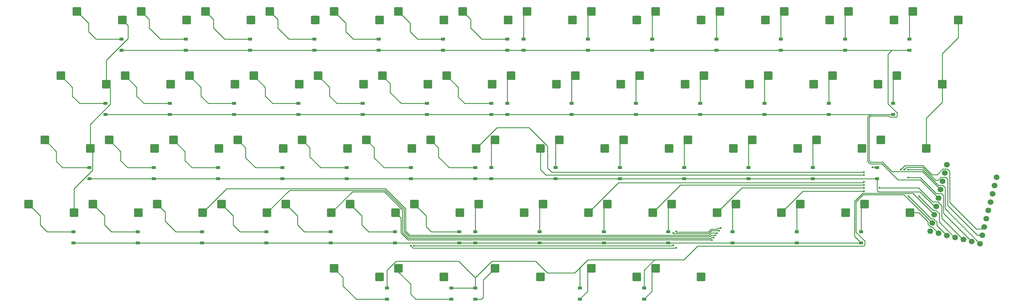
<source format=gbr>
%TF.GenerationSoftware,KiCad,Pcbnew,(6.0.6-0)*%
%TF.CreationDate,2022-07-30T10:34:07-07:00*%
%TF.ProjectId,purple-owl,70757270-6c65-42d6-9f77-6c2e6b696361,v0.1*%
%TF.SameCoordinates,Original*%
%TF.FileFunction,Copper,L1,Top*%
%TF.FilePolarity,Positive*%
%FSLAX46Y46*%
G04 Gerber Fmt 4.6, Leading zero omitted, Abs format (unit mm)*
G04 Created by KiCad (PCBNEW (6.0.6-0)) date 2022-07-30 10:34:07*
%MOMM*%
%LPD*%
G01*
G04 APERTURE LIST*
G04 Aperture macros list*
%AMRoundRect*
0 Rectangle with rounded corners*
0 $1 Rounding radius*
0 $2 $3 $4 $5 $6 $7 $8 $9 X,Y pos of 4 corners*
0 Add a 4 corners polygon primitive as box body*
4,1,4,$2,$3,$4,$5,$6,$7,$8,$9,$2,$3,0*
0 Add four circle primitives for the rounded corners*
1,1,$1+$1,$2,$3*
1,1,$1+$1,$4,$5*
1,1,$1+$1,$6,$7*
1,1,$1+$1,$8,$9*
0 Add four rect primitives between the rounded corners*
20,1,$1+$1,$2,$3,$4,$5,0*
20,1,$1+$1,$4,$5,$6,$7,0*
20,1,$1+$1,$6,$7,$8,$9,0*
20,1,$1+$1,$8,$9,$2,$3,0*%
G04 Aperture macros list end*
%TA.AperFunction,SMDPad,CuDef*%
%ADD10R,1.200000X0.900000*%
%TD*%
%TA.AperFunction,SMDPad,CuDef*%
%ADD11RoundRect,0.254000X-1.016000X-1.016000X1.016000X-1.016000X1.016000X1.016000X-1.016000X1.016000X0*%
%TD*%
%TA.AperFunction,ComponentPad*%
%ADD12C,1.700000*%
%TD*%
%TA.AperFunction,ViaPad*%
%ADD13C,0.600000*%
%TD*%
%TA.AperFunction,Conductor*%
%ADD14C,0.254000*%
%TD*%
G04 APERTURE END LIST*
D10*
%TO.P,D27,1,K*%
%TO.N,ROW1*%
X116681250Y-101662500D03*
%TO.P,D27,2,A*%
%TO.N,Net-(D27-Pad2)*%
X116681250Y-98362500D03*
%TD*%
%TO.P,D38,1,K*%
%TO.N,ROW2*%
X169068750Y-120712500D03*
%TO.P,D38,2,A*%
%TO.N,Net-(D38-Pad2)*%
X169068750Y-117412500D03*
%TD*%
D11*
%TO.P,SW10,1,1*%
%TO.N,Net-(D10-Pad2)*%
X165354000Y-71120000D03*
%TO.P,SW10,2,2*%
%TO.N,COL9*%
X178816000Y-73660000D03*
%TD*%
%TO.P,SW22,1,1*%
%TO.N,Net-(D22-Pad2)*%
X198691500Y-90170000D03*
%TO.P,SW22,2,2*%
%TO.N,COL7*%
X212153500Y-92710000D03*
%TD*%
D10*
%TO.P,D42,1,K*%
%TO.N,ROW2*%
X92868750Y-120712500D03*
%TO.P,D42,2,A*%
%TO.N,Net-(D42-Pad2)*%
X92868750Y-117412500D03*
%TD*%
%TO.P,D52,1,K*%
%TO.N,ROW3*%
X164306250Y-139762500D03*
%TO.P,D52,2,A*%
%TO.N,Net-(D52-Pad2)*%
X164306250Y-136462500D03*
%TD*%
D11*
%TO.P,SW48,1,1*%
%TO.N,Net-(D48-Pad2)*%
X227266500Y-128270000D03*
%TO.P,SW48,2,2*%
%TO.N,COL5*%
X240728500Y-130810000D03*
%TD*%
%TO.P,SW15,1,1*%
%TO.N,Net-(D15-Pad2)*%
X332041500Y-90170000D03*
%TO.P,SW15,2,2*%
%TO.N,COL0*%
X345503500Y-92710000D03*
%TD*%
D10*
%TO.P,D6,1,K*%
%TO.N,ROW0*%
X240506250Y-82612500D03*
%TO.P,D6,2,A*%
%TO.N,Net-(D6-Pad2)*%
X240506250Y-79312500D03*
%TD*%
D11*
%TO.P,SW58,1,1*%
%TO.N,Net-(D58-Pad2)*%
X241554000Y-147320000D03*
%TO.P,SW58,2,2*%
%TO.N,COL4*%
X255016000Y-149860000D03*
%TD*%
%TO.P,SW24,1,1*%
%TO.N,Net-(D24-Pad2)*%
X160591500Y-90170000D03*
%TO.P,SW24,2,2*%
%TO.N,COL9*%
X174053500Y-92710000D03*
%TD*%
D10*
%TO.P,D13,1,K*%
%TO.N,ROW0*%
X121443750Y-82612500D03*
%TO.P,D13,2,A*%
%TO.N,Net-(D13-Pad2)*%
X121443750Y-79312500D03*
%TD*%
D11*
%TO.P,SW32,1,1*%
%TO.N,Net-(D32-Pad2)*%
X270129000Y-109220000D03*
%TO.P,SW32,2,2*%
%TO.N,COL3*%
X283591000Y-111760000D03*
%TD*%
%TO.P,SW20,1,1*%
%TO.N,Net-(D20-Pad2)*%
X236791500Y-90170000D03*
%TO.P,SW20,2,2*%
%TO.N,COL5*%
X250253500Y-92710000D03*
%TD*%
%TO.P,SW8,1,1*%
%TO.N,Net-(D8-Pad2)*%
X203454000Y-71120000D03*
%TO.P,SW8,2,2*%
%TO.N,COL7*%
X216916000Y-73660000D03*
%TD*%
%TO.P,SW11,1,1*%
%TO.N,Net-(D11-Pad2)*%
X146304000Y-71120000D03*
%TO.P,SW11,2,2*%
%TO.N,COL10*%
X159766000Y-73660000D03*
%TD*%
D10*
%TO.P,D2,1,K*%
%TO.N,ROW0*%
X316706250Y-82612500D03*
%TO.P,D2,2,A*%
%TO.N,Net-(D2-Pad2)*%
X316706250Y-79312500D03*
%TD*%
D11*
%TO.P,SW9,1,1*%
%TO.N,Net-(D9-Pad2)*%
X184404000Y-71120000D03*
%TO.P,SW9,2,2*%
%TO.N,COL8*%
X197866000Y-73660000D03*
%TD*%
D10*
%TO.P,D40,1,K*%
%TO.N,ROW2*%
X130968750Y-120712500D03*
%TO.P,D40,2,A*%
%TO.N,Net-(D40-Pad2)*%
X130968750Y-117412500D03*
%TD*%
D11*
%TO.P,SW47,1,1*%
%TO.N,Net-(D47-Pad2)*%
X246316500Y-128270000D03*
%TO.P,SW47,2,2*%
%TO.N,COL4*%
X259778500Y-130810000D03*
%TD*%
D10*
%TO.P,D22,1,K*%
%TO.N,ROW1*%
X211931250Y-101662500D03*
%TO.P,D22,2,A*%
%TO.N,Net-(D22-Pad2)*%
X211931250Y-98362500D03*
%TD*%
%TO.P,D24,1,K*%
%TO.N,ROW1*%
X173831250Y-101662500D03*
%TO.P,D24,2,A*%
%TO.N,Net-(D24-Pad2)*%
X173831250Y-98362500D03*
%TD*%
D11*
%TO.P,SW12,1,1*%
%TO.N,Net-(D12-Pad2)*%
X127254000Y-71120000D03*
%TO.P,SW12,2,2*%
%TO.N,COL11*%
X140716000Y-73660000D03*
%TD*%
%TO.P,SW35,1,1*%
%TO.N,Net-(D35-Pad2)*%
X212979000Y-109220000D03*
%TO.P,SW35,2,2*%
%TO.N,COL6*%
X226441000Y-111760000D03*
%TD*%
D10*
%TO.P,D37,1,K*%
%TO.N,ROW2*%
X188118750Y-120712500D03*
%TO.P,D37,2,A*%
%TO.N,Net-(D37-Pad2)*%
X188118750Y-117412500D03*
%TD*%
D11*
%TO.P,SW2,1,1*%
%TO.N,Net-(D2-Pad2)*%
X317754000Y-71120000D03*
%TO.P,SW2,2,2*%
%TO.N,COL1*%
X331216000Y-73660000D03*
%TD*%
%TO.P,SW44,1,1*%
%TO.N,Net-(D44-Pad2)*%
X303466500Y-128270000D03*
%TO.P,SW44,2,2*%
%TO.N,COL1*%
X316928500Y-130810000D03*
%TD*%
D10*
%TO.P,D49,1,K*%
%TO.N,ROW3*%
X207168750Y-139762500D03*
%TO.P,D49,2,A*%
%TO.N,Net-(D49-Pad2)*%
X207168750Y-136462500D03*
%TD*%
%TO.P,D47,1,K*%
%TO.N,ROW3*%
X245268750Y-139762500D03*
%TO.P,D47,2,A*%
%TO.N,Net-(D47-Pad2)*%
X245268750Y-136462500D03*
%TD*%
D11*
%TO.P,SW16,1,1*%
%TO.N,Net-(D16-Pad2)*%
X312991500Y-90170000D03*
%TO.P,SW16,2,2*%
%TO.N,COL1*%
X326453500Y-92710000D03*
%TD*%
D10*
%TO.P,D19,1,K*%
%TO.N,ROW1*%
X254793750Y-101662500D03*
%TO.P,D19,2,A*%
%TO.N,Net-(D19-Pad2)*%
X254793750Y-98362500D03*
%TD*%
D11*
%TO.P,SW54,1,1*%
%TO.N,Net-(D54-Pad2)*%
X112966500Y-128270000D03*
%TO.P,SW54,2,2*%
%TO.N,COL11*%
X126428500Y-130810000D03*
%TD*%
D10*
%TO.P,D43,1,K*%
%TO.N,ROW3*%
X321468750Y-139762500D03*
%TO.P,D43,2,A*%
%TO.N,Net-(D43-Pad2)*%
X321468750Y-136462500D03*
%TD*%
D11*
%TO.P,SW55,1,1*%
%TO.N,Net-(D55-Pad2)*%
X93916500Y-128270000D03*
%TO.P,SW55,2,2*%
%TO.N,COL12*%
X107378500Y-130810000D03*
%TD*%
%TO.P,SW36,1,1*%
%TO.N,Net-(D36-Pad2)*%
X193929000Y-109220000D03*
%TO.P,SW36,2,2*%
%TO.N,COL7*%
X207391000Y-111760000D03*
%TD*%
%TO.P,SW42,1,1*%
%TO.N,Net-(D42-Pad2)*%
X79629000Y-109220000D03*
%TO.P,SW42,2,2*%
%TO.N,COL13*%
X93091000Y-111760000D03*
%TD*%
D10*
%TO.P,D25,1,K*%
%TO.N,ROW1*%
X154781250Y-101662500D03*
%TO.P,D25,2,A*%
%TO.N,Net-(D25-Pad2)*%
X154781250Y-98362500D03*
%TD*%
D11*
%TO.P,SW43,1,1*%
%TO.N,Net-(D43-Pad2)*%
X322516500Y-128270000D03*
%TO.P,SW43,2,2*%
%TO.N,COL0*%
X335978500Y-130810000D03*
%TD*%
%TO.P,SW33,1,1*%
%TO.N,Net-(D33-Pad2)*%
X251079000Y-109220000D03*
%TO.P,SW33,2,2*%
%TO.N,COL4*%
X264541000Y-111760000D03*
%TD*%
%TO.P,SW28,1,1*%
%TO.N,Net-(D28-Pad2)*%
X84391500Y-90170000D03*
%TO.P,SW28,2,2*%
%TO.N,COL13*%
X97853500Y-92710000D03*
%TD*%
D10*
%TO.P,D11,1,K*%
%TO.N,ROW0*%
X159543750Y-82612500D03*
%TO.P,D11,2,A*%
%TO.N,Net-(D11-Pad2)*%
X159543750Y-79312500D03*
%TD*%
D11*
%TO.P,SW23,1,1*%
%TO.N,Net-(D23-Pad2)*%
X179641500Y-90170000D03*
%TO.P,SW23,2,2*%
%TO.N,COL8*%
X193103500Y-92710000D03*
%TD*%
D10*
%TO.P,D53,1,K*%
%TO.N,ROW3*%
X145256250Y-139762500D03*
%TO.P,D53,2,A*%
%TO.N,Net-(D53-Pad2)*%
X145256250Y-136462500D03*
%TD*%
D11*
%TO.P,SW52,1,1*%
%TO.N,Net-(D52-Pad2)*%
X151066500Y-128270000D03*
%TO.P,SW52,2,2*%
%TO.N,COL9*%
X164528500Y-130810000D03*
%TD*%
D10*
%TO.P,D8,1,K*%
%TO.N,ROW0*%
X216693750Y-82612500D03*
%TO.P,D8,2,A*%
%TO.N,Net-(D8-Pad2)*%
X216693750Y-79312500D03*
%TD*%
%TO.P,D20,1,K*%
%TO.N,ROW1*%
X235743750Y-101662500D03*
%TO.P,D20,2,A*%
%TO.N,Net-(D20-Pad2)*%
X235743750Y-98362500D03*
%TD*%
D11*
%TO.P,SW53,1,1*%
%TO.N,Net-(D53-Pad2)*%
X132016500Y-128270000D03*
%TO.P,SW53,2,2*%
%TO.N,COL10*%
X145478500Y-130810000D03*
%TD*%
%TO.P,SW59,1,1*%
%TO.N,Net-(D59-Pad2)*%
X212979000Y-147320000D03*
%TO.P,SW59,2,2*%
%TO.N,COL5*%
X226441000Y-149860000D03*
%TD*%
D10*
%TO.P,D16,1,K*%
%TO.N,ROW1*%
X311943750Y-101662500D03*
%TO.P,D16,2,A*%
%TO.N,Net-(D16-Pad2)*%
X311943750Y-98362500D03*
%TD*%
%TO.P,D9,1,K*%
%TO.N,ROW0*%
X197643750Y-82612500D03*
%TO.P,D9,2,A*%
%TO.N,Net-(D9-Pad2)*%
X197643750Y-79312500D03*
%TD*%
%TO.P,D41,1,K*%
%TO.N,ROW2*%
X111918750Y-120712500D03*
%TO.P,D41,2,A*%
%TO.N,Net-(D41-Pad2)*%
X111918750Y-117412500D03*
%TD*%
%TO.P,D56,1,K*%
%TO.N,ROW3*%
X88106250Y-139762500D03*
%TO.P,D56,2,A*%
%TO.N,Net-(D56-Pad2)*%
X88106250Y-136462500D03*
%TD*%
%TO.P,D46,1,K*%
%TO.N,ROW3*%
X264318750Y-139762500D03*
%TO.P,D46,2,A*%
%TO.N,Net-(D46-Pad2)*%
X264318750Y-136462500D03*
%TD*%
%TO.P,D15,1,K*%
%TO.N,ROW1*%
X330993750Y-101662500D03*
%TO.P,D15,2,A*%
%TO.N,Net-(D15-Pad2)*%
X330993750Y-98362500D03*
%TD*%
D11*
%TO.P,SW27,1,1*%
%TO.N,Net-(D27-Pad2)*%
X103441500Y-90170000D03*
%TO.P,SW27,2,2*%
%TO.N,COL12*%
X116903500Y-92710000D03*
%TD*%
%TO.P,SW7,1,1*%
%TO.N,Net-(D7-Pad2)*%
X222504000Y-71120000D03*
%TO.P,SW7,2,2*%
%TO.N,COL6*%
X235966000Y-73660000D03*
%TD*%
D10*
%TO.P,D57,1,K*%
%TO.N,ROW4*%
X257175000Y-153131250D03*
%TO.P,D57,2,A*%
%TO.N,Net-(D57-Pad2)*%
X257175000Y-156431250D03*
%TD*%
%TO.P,D30,1,K*%
%TO.N,ROW2*%
X307181250Y-120712500D03*
%TO.P,D30,2,A*%
%TO.N,Net-(D30-Pad2)*%
X307181250Y-117412500D03*
%TD*%
D11*
%TO.P,SW17,1,1*%
%TO.N,Net-(D17-Pad2)*%
X293941500Y-90170000D03*
%TO.P,SW17,2,2*%
%TO.N,COL2*%
X307403500Y-92710000D03*
%TD*%
D10*
%TO.P,D33,1,K*%
%TO.N,ROW2*%
X250031250Y-120712500D03*
%TO.P,D33,2,A*%
%TO.N,Net-(D33-Pad2)*%
X250031250Y-117412500D03*
%TD*%
%TO.P,D17,1,K*%
%TO.N,ROW1*%
X292893750Y-101662500D03*
%TO.P,D17,2,A*%
%TO.N,Net-(D17-Pad2)*%
X292893750Y-98362500D03*
%TD*%
D11*
%TO.P,SW60,1,1*%
%TO.N,Net-(D60-Pad2)*%
X184404000Y-147320000D03*
%TO.P,SW60,2,2*%
%TO.N,COL6*%
X197866000Y-149860000D03*
%TD*%
%TO.P,SW41,1,1*%
%TO.N,Net-(D41-Pad2)*%
X98679000Y-109220000D03*
%TO.P,SW41,2,2*%
%TO.N,COL12*%
X112141000Y-111760000D03*
%TD*%
D10*
%TO.P,D51,1,K*%
%TO.N,ROW3*%
X183356250Y-139762500D03*
%TO.P,D51,2,A*%
%TO.N,Net-(D51-Pad2)*%
X183356250Y-136462500D03*
%TD*%
D11*
%TO.P,SW38,1,1*%
%TO.N,Net-(D38-Pad2)*%
X155829000Y-109220000D03*
%TO.P,SW38,2,2*%
%TO.N,COL9*%
X169291000Y-111760000D03*
%TD*%
D10*
%TO.P,D54,1,K*%
%TO.N,ROW3*%
X126206250Y-139762500D03*
%TO.P,D54,2,A*%
%TO.N,Net-(D54-Pad2)*%
X126206250Y-136462500D03*
%TD*%
%TO.P,D48,1,K*%
%TO.N,ROW3*%
X226218750Y-139762500D03*
%TO.P,D48,2,A*%
%TO.N,Net-(D48-Pad2)*%
X226218750Y-136462500D03*
%TD*%
%TO.P,D23,1,K*%
%TO.N,ROW1*%
X192881250Y-101662500D03*
%TO.P,D23,2,A*%
%TO.N,Net-(D23-Pad2)*%
X192881250Y-98362500D03*
%TD*%
D11*
%TO.P,SW49,1,1*%
%TO.N,Net-(D49-Pad2)*%
X208216500Y-128270000D03*
%TO.P,SW49,2,2*%
%TO.N,COL6*%
X221678500Y-130810000D03*
%TD*%
%TO.P,SW25,1,1*%
%TO.N,Net-(D25-Pad2)*%
X141541500Y-90170000D03*
%TO.P,SW25,2,2*%
%TO.N,COL10*%
X155003500Y-92710000D03*
%TD*%
%TO.P,SW19,1,1*%
%TO.N,Net-(D19-Pad2)*%
X255841500Y-90170000D03*
%TO.P,SW19,2,2*%
%TO.N,COL4*%
X269303500Y-92710000D03*
%TD*%
%TO.P,SW40,1,1*%
%TO.N,Net-(D40-Pad2)*%
X117729000Y-109220000D03*
%TO.P,SW40,2,2*%
%TO.N,COL11*%
X131191000Y-111760000D03*
%TD*%
%TO.P,SW29,1,1*%
%TO.N,Net-(D29-Pad2)*%
X327279000Y-109220000D03*
%TO.P,SW29,2,2*%
%TO.N,COL0*%
X340741000Y-111760000D03*
%TD*%
D10*
%TO.P,D36,1,K*%
%TO.N,ROW2*%
X207168750Y-120712500D03*
%TO.P,D36,2,A*%
%TO.N,Net-(D36-Pad2)*%
X207168750Y-117412500D03*
%TD*%
%TO.P,D39,1,K*%
%TO.N,ROW2*%
X150018750Y-120712500D03*
%TO.P,D39,2,A*%
%TO.N,Net-(D39-Pad2)*%
X150018750Y-117412500D03*
%TD*%
%TO.P,D5,1,K*%
%TO.N,ROW0*%
X259556250Y-82612500D03*
%TO.P,D5,2,A*%
%TO.N,Net-(D5-Pad2)*%
X259556250Y-79312500D03*
%TD*%
%TO.P,D61,1,K*%
%TO.N,ROW4*%
X180975000Y-153131250D03*
%TO.P,D61,2,A*%
%TO.N,Net-(D61-Pad2)*%
X180975000Y-156431250D03*
%TD*%
%TO.P,D3,1,K*%
%TO.N,ROW0*%
X297656250Y-82612500D03*
%TO.P,D3,2,A*%
%TO.N,Net-(D3-Pad2)*%
X297656250Y-79312500D03*
%TD*%
D11*
%TO.P,SW31,1,1*%
%TO.N,Net-(D31-Pad2)*%
X289179000Y-109220000D03*
%TO.P,SW31,2,2*%
%TO.N,COL2*%
X302641000Y-111760000D03*
%TD*%
%TO.P,SW26,1,1*%
%TO.N,Net-(D26-Pad2)*%
X122491500Y-90170000D03*
%TO.P,SW26,2,2*%
%TO.N,COL11*%
X135953500Y-92710000D03*
%TD*%
%TO.P,SW3,1,1*%
%TO.N,Net-(D3-Pad2)*%
X298704000Y-71120000D03*
%TO.P,SW3,2,2*%
%TO.N,COL2*%
X312166000Y-73660000D03*
%TD*%
%TO.P,SW56,1,1*%
%TO.N,Net-(D56-Pad2)*%
X74866500Y-128270000D03*
%TO.P,SW56,2,2*%
%TO.N,COL13*%
X88328500Y-130810000D03*
%TD*%
%TO.P,SW18,1,1*%
%TO.N,Net-(D18-Pad2)*%
X274891500Y-90170000D03*
%TO.P,SW18,2,2*%
%TO.N,COL3*%
X288353500Y-92710000D03*
%TD*%
D10*
%TO.P,D31,1,K*%
%TO.N,ROW2*%
X288131250Y-120712500D03*
%TO.P,D31,2,A*%
%TO.N,Net-(D31-Pad2)*%
X288131250Y-117412500D03*
%TD*%
%TO.P,D28,1,K*%
%TO.N,ROW1*%
X97631250Y-101662500D03*
%TO.P,D28,2,A*%
%TO.N,Net-(D28-Pad2)*%
X97631250Y-98362500D03*
%TD*%
D11*
%TO.P,SW61,1,1*%
%TO.N,Net-(D61-Pad2)*%
X165354000Y-147320000D03*
%TO.P,SW61,2,2*%
%TO.N,COL7*%
X178816000Y-149860000D03*
%TD*%
D10*
%TO.P,D32,1,K*%
%TO.N,ROW2*%
X269081250Y-120712500D03*
%TO.P,D32,2,A*%
%TO.N,Net-(D32-Pad2)*%
X269081250Y-117412500D03*
%TD*%
D11*
%TO.P,SW51,1,1*%
%TO.N,Net-(D51-Pad2)*%
X170116500Y-128270000D03*
%TO.P,SW51,2,2*%
%TO.N,COL8*%
X183578500Y-130810000D03*
%TD*%
%TO.P,SW21,1,1*%
%TO.N,Net-(D21-Pad2)*%
X217741500Y-90170000D03*
%TO.P,SW21,2,2*%
%TO.N,COL6*%
X231203500Y-92710000D03*
%TD*%
%TO.P,SW34,1,1*%
%TO.N,Net-(D34-Pad2)*%
X232029000Y-109220000D03*
%TO.P,SW34,2,2*%
%TO.N,COL5*%
X245491000Y-111760000D03*
%TD*%
%TO.P,SW5,1,1*%
%TO.N,Net-(D5-Pad2)*%
X260604000Y-71120000D03*
%TO.P,SW5,2,2*%
%TO.N,COL4*%
X274066000Y-73660000D03*
%TD*%
D10*
%TO.P,D60,1,K*%
%TO.N,ROW4*%
X200025000Y-153131250D03*
%TO.P,D60,2,A*%
%TO.N,Net-(D60-Pad2)*%
X200025000Y-156431250D03*
%TD*%
D11*
%TO.P,SW39,1,1*%
%TO.N,Net-(D39-Pad2)*%
X136779000Y-109220000D03*
%TO.P,SW39,2,2*%
%TO.N,COL10*%
X150241000Y-111760000D03*
%TD*%
%TO.P,SW50,1,1*%
%TO.N,Net-(D50-Pad2)*%
X189166500Y-128270000D03*
%TO.P,SW50,2,2*%
%TO.N,COL7*%
X202628500Y-130810000D03*
%TD*%
%TO.P,SW57,1,1*%
%TO.N,Net-(D57-Pad2)*%
X260604000Y-147320000D03*
%TO.P,SW57,2,2*%
%TO.N,COL3*%
X274066000Y-149860000D03*
%TD*%
%TO.P,SW1,1,1*%
%TO.N,Net-(D1-Pad2)*%
X336804000Y-71120000D03*
%TO.P,SW1,2,2*%
%TO.N,COL0*%
X350266000Y-73660000D03*
%TD*%
D10*
%TO.P,D59,1,K*%
%TO.N,ROW4*%
X207168750Y-153131250D03*
%TO.P,D59,2,A*%
%TO.N,Net-(D59-Pad2)*%
X207168750Y-156431250D03*
%TD*%
%TO.P,D34,1,K*%
%TO.N,ROW2*%
X230981250Y-120712500D03*
%TO.P,D34,2,A*%
%TO.N,Net-(D34-Pad2)*%
X230981250Y-117412500D03*
%TD*%
%TO.P,D45,1,K*%
%TO.N,ROW3*%
X283368750Y-139762500D03*
%TO.P,D45,2,A*%
%TO.N,Net-(D45-Pad2)*%
X283368750Y-136462500D03*
%TD*%
%TO.P,D44,1,K*%
%TO.N,ROW3*%
X302418750Y-139762500D03*
%TO.P,D44,2,A*%
%TO.N,Net-(D44-Pad2)*%
X302418750Y-136462500D03*
%TD*%
%TO.P,D21,1,K*%
%TO.N,ROW1*%
X216693750Y-101662500D03*
%TO.P,D21,2,A*%
%TO.N,Net-(D21-Pad2)*%
X216693750Y-98362500D03*
%TD*%
%TO.P,D26,1,K*%
%TO.N,ROW1*%
X135731250Y-101662500D03*
%TO.P,D26,2,A*%
%TO.N,Net-(D26-Pad2)*%
X135731250Y-98362500D03*
%TD*%
%TO.P,D4,1,K*%
%TO.N,ROW0*%
X278606250Y-82612500D03*
%TO.P,D4,2,A*%
%TO.N,Net-(D4-Pad2)*%
X278606250Y-79312500D03*
%TD*%
%TO.P,D14,1,K*%
%TO.N,ROW0*%
X102393750Y-82612500D03*
%TO.P,D14,2,A*%
%TO.N,Net-(D14-Pad2)*%
X102393750Y-79312500D03*
%TD*%
%TO.P,D58,1,K*%
%TO.N,ROW4*%
X238125000Y-153131250D03*
%TO.P,D58,2,A*%
%TO.N,Net-(D58-Pad2)*%
X238125000Y-156431250D03*
%TD*%
D11*
%TO.P,SW46,1,1*%
%TO.N,Net-(D46-Pad2)*%
X265366500Y-128270000D03*
%TO.P,SW46,2,2*%
%TO.N,COL3*%
X278828500Y-130810000D03*
%TD*%
D10*
%TO.P,D35,1,K*%
%TO.N,ROW2*%
X211931250Y-120712500D03*
%TO.P,D35,2,A*%
%TO.N,Net-(D35-Pad2)*%
X211931250Y-117412500D03*
%TD*%
D11*
%TO.P,SW37,1,1*%
%TO.N,Net-(D37-Pad2)*%
X174879000Y-109220000D03*
%TO.P,SW37,2,2*%
%TO.N,COL8*%
X188341000Y-111760000D03*
%TD*%
D10*
%TO.P,D55,1,K*%
%TO.N,ROW3*%
X107156250Y-139762500D03*
%TO.P,D55,2,A*%
%TO.N,Net-(D55-Pad2)*%
X107156250Y-136462500D03*
%TD*%
%TO.P,D10,1,K*%
%TO.N,ROW0*%
X178593750Y-82612500D03*
%TO.P,D10,2,A*%
%TO.N,Net-(D10-Pad2)*%
X178593750Y-79312500D03*
%TD*%
D11*
%TO.P,SW30,1,1*%
%TO.N,Net-(D30-Pad2)*%
X308229000Y-109220000D03*
%TO.P,SW30,2,2*%
%TO.N,COL1*%
X321691000Y-111760000D03*
%TD*%
D10*
%TO.P,D50,1,K*%
%TO.N,ROW3*%
X202406250Y-139762500D03*
%TO.P,D50,2,A*%
%TO.N,Net-(D50-Pad2)*%
X202406250Y-136462500D03*
%TD*%
%TO.P,D18,1,K*%
%TO.N,ROW1*%
X273843750Y-101662500D03*
%TO.P,D18,2,A*%
%TO.N,Net-(D18-Pad2)*%
X273843750Y-98362500D03*
%TD*%
%TO.P,D7,1,K*%
%TO.N,ROW0*%
X221456250Y-82612500D03*
%TO.P,D7,2,A*%
%TO.N,Net-(D7-Pad2)*%
X221456250Y-79312500D03*
%TD*%
D11*
%TO.P,SW4,1,1*%
%TO.N,Net-(D4-Pad2)*%
X279654000Y-71120000D03*
%TO.P,SW4,2,2*%
%TO.N,COL3*%
X293116000Y-73660000D03*
%TD*%
%TO.P,SW14,1,1*%
%TO.N,Net-(D14-Pad2)*%
X89154000Y-71120000D03*
%TO.P,SW14,2,2*%
%TO.N,COL13*%
X102616000Y-73660000D03*
%TD*%
D10*
%TO.P,D1,1,K*%
%TO.N,ROW0*%
X335756250Y-82612500D03*
%TO.P,D1,2,A*%
%TO.N,Net-(D1-Pad2)*%
X335756250Y-79312500D03*
%TD*%
D11*
%TO.P,SW13,1,1*%
%TO.N,Net-(D13-Pad2)*%
X108204000Y-71120000D03*
%TO.P,SW13,2,2*%
%TO.N,COL12*%
X121666000Y-73660000D03*
%TD*%
D10*
%TO.P,D29,1,K*%
%TO.N,ROW2*%
X326231250Y-120712500D03*
%TO.P,D29,2,A*%
%TO.N,Net-(D29-Pad2)*%
X326231250Y-117412500D03*
%TD*%
D11*
%TO.P,SW45,1,1*%
%TO.N,Net-(D45-Pad2)*%
X284416500Y-128270000D03*
%TO.P,SW45,2,2*%
%TO.N,COL2*%
X297878500Y-130810000D03*
%TD*%
D10*
%TO.P,D12,1,K*%
%TO.N,ROW0*%
X140493750Y-82612500D03*
%TO.P,D12,2,A*%
%TO.N,Net-(D12-Pad2)*%
X140493750Y-79312500D03*
%TD*%
D11*
%TO.P,SW6,1,1*%
%TO.N,Net-(D6-Pad2)*%
X241554000Y-71120000D03*
%TO.P,SW6,2,2*%
%TO.N,COL5*%
X255016000Y-73660000D03*
%TD*%
D12*
%TO.P,U1,1,GP0*%
%TO.N,COL13*%
X361641580Y-120255240D03*
%TO.P,U1,2,GP1*%
%TO.N,COL12*%
X361027098Y-122719791D03*
%TO.P,U1,3,GP2*%
%TO.N,COL11*%
X360412617Y-125184342D03*
%TO.P,U1,4,GP3*%
%TO.N,COL10*%
X359798135Y-127648893D03*
%TO.P,U1,5,GP4*%
%TO.N,COL9*%
X359183654Y-130113445D03*
%TO.P,U1,6,GP5*%
%TO.N,COL8*%
X358569172Y-132577996D03*
%TO.P,U1,7,GP6*%
%TO.N,COL7*%
X357954690Y-135042547D03*
%TO.P,U1,8,GP7*%
%TO.N,COL6*%
X357340209Y-137507098D03*
%TO.P,U1,9,GP8*%
%TO.N,COL5*%
X356725727Y-139971649D03*
%TO.P,U1,10,GP9*%
%TO.N,COL4*%
X354261176Y-139357168D03*
%TO.P,U1,11,GP10*%
%TO.N,COL3*%
X351796625Y-138742686D03*
%TO.P,U1,12,GP11*%
%TO.N,COL2*%
X349332074Y-138128204D03*
%TO.P,U1,13,GP12*%
%TO.N,COL1*%
X346867523Y-137513723D03*
%TO.P,U1,14,GP13*%
%TO.N,COL0*%
X344402971Y-136899241D03*
%TO.P,U1,15,GP14*%
%TO.N,unconnected-(U1-Pad15)*%
X341938420Y-136284759D03*
%TO.P,U1,16,GP15*%
%TO.N,ROW4*%
X342552902Y-133820208D03*
%TO.P,U1,17,GP26*%
%TO.N,ROW3*%
X343167383Y-131355657D03*
%TO.P,U1,18,GP27*%
%TO.N,ROW2*%
X343781865Y-128891106D03*
%TO.P,U1,19,GP28*%
%TO.N,ROW1*%
X344396347Y-126426555D03*
%TO.P,U1,20,GP29*%
%TO.N,ROW0*%
X345010828Y-123962004D03*
%TO.P,U1,21,3V3*%
%TO.N,unconnected-(U1-Pad21)*%
X345625310Y-121497453D03*
%TO.P,U1,22,GND*%
%TO.N,unconnected-(U1-Pad22)*%
X346239792Y-119032901D03*
%TO.P,U1,23,5V*%
%TO.N,unconnected-(U1-Pad23)*%
X346854273Y-116568350D03*
%TD*%
D13*
%TO.N,Net-(D29-Pad2)*%
X324866000Y-117348000D03*
X327279000Y-109220000D03*
%TO.N,COL0*%
X340741000Y-111760000D03*
X336042000Y-130810000D03*
%TO.N,COL1*%
X331216000Y-73660000D03*
X326453500Y-92710000D03*
X316865000Y-130810000D03*
X335568350Y-125949650D03*
X321691000Y-111760000D03*
%TO.N,COL2*%
X322326000Y-124395500D03*
X307403500Y-92710000D03*
X312166000Y-73660000D03*
X338631866Y-125934134D03*
X302641000Y-111760000D03*
X297815000Y-130810000D03*
%TO.N,COL3*%
X278765000Y-130810000D03*
X274066000Y-149860000D03*
X322317500Y-123444000D03*
X293116000Y-73660000D03*
X283591000Y-111760000D03*
X326857750Y-123444000D03*
X288353500Y-92710000D03*
%TO.N,COL4*%
X322317500Y-122555000D03*
X269303500Y-92710000D03*
X335407000Y-120396000D03*
X274066000Y-73660000D03*
X264541000Y-111760000D03*
X259715000Y-130810000D03*
X255016000Y-149860000D03*
%TO.N,COL5*%
X322323247Y-121663247D03*
X240665000Y-130810000D03*
X255016000Y-73660000D03*
X245491000Y-111760000D03*
X335407000Y-117991500D03*
X226441000Y-149860000D03*
X250253500Y-92710000D03*
%TO.N,COL6*%
X231203500Y-92710000D03*
X334264000Y-117983000D03*
X197866000Y-149860000D03*
X226441000Y-111760000D03*
X221615000Y-130810000D03*
X322326000Y-119634000D03*
X235966000Y-73660000D03*
%TO.N,COL7*%
X322326000Y-118745000D03*
X212153500Y-92710000D03*
X202628500Y-130810000D03*
X216916000Y-73660000D03*
X333248000Y-117983000D03*
X178816000Y-149860000D03*
X207391000Y-111760000D03*
%TO.N,COL8*%
X277241000Y-138938000D03*
X197866000Y-73533000D03*
X183578500Y-130810000D03*
X193103500Y-92710000D03*
X188341000Y-111760000D03*
%TO.N,COL9*%
X164528500Y-130810000D03*
X174053500Y-92710000D03*
X178816000Y-73660000D03*
X169291000Y-111760000D03*
X277749000Y-138176000D03*
%TO.N,COL10*%
X155003500Y-92710000D03*
X159766000Y-73660000D03*
X278257000Y-137476003D03*
X150241000Y-111760000D03*
X145478500Y-130810000D03*
%TO.N,COL11*%
X135953500Y-92710000D03*
X131191000Y-111760000D03*
X278827003Y-136841003D03*
X126428500Y-130810000D03*
X140716000Y-73660000D03*
%TO.N,COL12*%
X107378500Y-130810000D03*
X116903500Y-92710000D03*
X265811000Y-140416500D03*
X121793000Y-73533000D03*
X279400000Y-136144000D03*
X188976000Y-140589000D03*
X112141000Y-111760000D03*
X265811000Y-136822500D03*
%TO.N,COL13*%
X266700000Y-141224000D03*
X188087000Y-140589000D03*
X266700000Y-136368500D03*
X88328500Y-130810000D03*
X279908000Y-135382000D03*
%TD*%
D14*
%TO.N,Net-(D1-Pad2)*%
X335756250Y-72167750D02*
X336804000Y-71120000D01*
X335756250Y-79312500D02*
X335756250Y-72167750D01*
%TO.N,Net-(D2-Pad2)*%
X316706250Y-72167750D02*
X317754000Y-71120000D01*
X316706250Y-79312500D02*
X316706250Y-72167750D01*
%TO.N,Net-(D3-Pad2)*%
X297656250Y-79312500D02*
X297656250Y-72167750D01*
X297656250Y-72167750D02*
X298704000Y-71120000D01*
%TO.N,Net-(D4-Pad2)*%
X278606250Y-72167750D02*
X279654000Y-71120000D01*
X278606250Y-79312500D02*
X278606250Y-72167750D01*
%TO.N,Net-(D5-Pad2)*%
X259556250Y-79312500D02*
X259556250Y-72167750D01*
X259556250Y-72167750D02*
X260604000Y-71120000D01*
%TO.N,Net-(D6-Pad2)*%
X240506250Y-79312500D02*
X240506250Y-72167750D01*
X240506250Y-72167750D02*
X241554000Y-71120000D01*
%TO.N,Net-(D7-Pad2)*%
X221456250Y-79312500D02*
X221456250Y-72167750D01*
X221456250Y-72167750D02*
X222504000Y-71120000D01*
%TO.N,Net-(D8-Pad2)*%
X205797901Y-76003901D02*
X205797901Y-73463901D01*
X205797901Y-73463901D02*
X203454000Y-71120000D01*
X216693750Y-79312500D02*
X209106500Y-79312500D01*
X209106500Y-79312500D02*
X205797901Y-76003901D01*
%TO.N,Net-(D9-Pad2)*%
X187847969Y-74563969D02*
X184404000Y-71120000D01*
X187847969Y-77103969D02*
X187847969Y-74563969D01*
X190056500Y-79312500D02*
X187847969Y-77103969D01*
X197643750Y-79312500D02*
X190056500Y-79312500D01*
%TO.N,Net-(D10-Pad2)*%
X171006500Y-79312500D02*
X168797969Y-77103969D01*
X168797969Y-77103969D02*
X168797969Y-74563969D01*
X168797969Y-74563969D02*
X165354000Y-71120000D01*
X178593750Y-79312500D02*
X171006500Y-79312500D01*
%TO.N,Net-(D11-Pad2)*%
X159543750Y-79312500D02*
X151956500Y-79312500D01*
X151956500Y-79312500D02*
X148647901Y-76003901D01*
X148647901Y-76003901D02*
X148647901Y-73463901D01*
X148647901Y-73463901D02*
X146304000Y-71120000D01*
%TO.N,Net-(D12-Pad2)*%
X132906500Y-79312500D02*
X129597901Y-76003901D01*
X140493750Y-79312500D02*
X132906500Y-79312500D01*
X129597901Y-76003901D02*
X129597901Y-73463901D01*
X129597901Y-73463901D02*
X127254000Y-71120000D01*
%TO.N,Net-(D13-Pad2)*%
X113856500Y-79312500D02*
X110547901Y-76003901D01*
X110547901Y-76003901D02*
X110547901Y-73463901D01*
X110547901Y-73463901D02*
X108204000Y-71120000D01*
X121443750Y-79312500D02*
X113856500Y-79312500D01*
%TO.N,Net-(D14-Pad2)*%
X92597969Y-74563969D02*
X89154000Y-71120000D01*
X92597969Y-77103969D02*
X92597969Y-74563969D01*
X102393750Y-79312500D02*
X94806500Y-79312500D01*
X94806500Y-79312500D02*
X92597969Y-77103969D01*
%TO.N,Net-(D15-Pad2)*%
X330993750Y-91217750D02*
X332041500Y-90170000D01*
X330993750Y-98362500D02*
X330993750Y-91217750D01*
%TO.N,Net-(D16-Pad2)*%
X311943750Y-98362500D02*
X311943750Y-91217750D01*
X311943750Y-91217750D02*
X312991500Y-90170000D01*
%TO.N,Net-(D17-Pad2)*%
X292893750Y-91217750D02*
X293941500Y-90170000D01*
X292893750Y-98362500D02*
X292893750Y-91217750D01*
%TO.N,Net-(D18-Pad2)*%
X273843750Y-91217750D02*
X274891500Y-90170000D01*
X273843750Y-98362500D02*
X273843750Y-91217750D01*
%TO.N,Net-(D19-Pad2)*%
X254793750Y-91217750D02*
X255841500Y-90170000D01*
X254793750Y-98362500D02*
X254793750Y-91217750D01*
%TO.N,Net-(D20-Pad2)*%
X235743750Y-98362500D02*
X235743750Y-91217750D01*
X235743750Y-91217750D02*
X236791500Y-90170000D01*
%TO.N,Net-(D21-Pad2)*%
X216693750Y-91217750D02*
X217741500Y-90170000D01*
X216693750Y-98362500D02*
X216693750Y-91217750D01*
%TO.N,Net-(D22-Pad2)*%
X204026500Y-98362500D02*
X202135469Y-96471469D01*
X202135469Y-93613969D02*
X198691500Y-90170000D01*
X211931250Y-98362500D02*
X204026500Y-98362500D01*
X202135469Y-96471469D02*
X202135469Y-93613969D01*
%TO.N,Net-(D23-Pad2)*%
X181985401Y-92513901D02*
X179641500Y-90170000D01*
X181985401Y-95117401D02*
X181985401Y-92513901D01*
X185230500Y-98362500D02*
X181985401Y-95117401D01*
X192881250Y-98362500D02*
X185230500Y-98362500D01*
%TO.N,Net-(D24-Pad2)*%
X164035469Y-93613969D02*
X160591500Y-90170000D01*
X166180500Y-98362500D02*
X164035469Y-96217469D01*
X164035469Y-96217469D02*
X164035469Y-93613969D01*
X173831250Y-98362500D02*
X166180500Y-98362500D01*
%TO.N,Net-(D25-Pad2)*%
X144985469Y-96217469D02*
X144985469Y-93613969D01*
X147130500Y-98362500D02*
X144985469Y-96217469D01*
X154781250Y-98362500D02*
X147130500Y-98362500D01*
X144985469Y-93613969D02*
X141541500Y-90170000D01*
%TO.N,Net-(D26-Pad2)*%
X125935469Y-93613969D02*
X122491500Y-90170000D01*
X125935469Y-96217469D02*
X125935469Y-93613969D01*
X135731250Y-98362500D02*
X128080500Y-98362500D01*
X128080500Y-98362500D02*
X125935469Y-96217469D01*
%TO.N,Net-(D27-Pad2)*%
X116681250Y-98362500D02*
X109030500Y-98362500D01*
X106885469Y-96217469D02*
X106885469Y-93613969D01*
X106885469Y-93613969D02*
X103441500Y-90170000D01*
X109030500Y-98362500D02*
X106885469Y-96217469D01*
%TO.N,Net-(D28-Pad2)*%
X87835469Y-93613969D02*
X84391500Y-90170000D01*
X97631250Y-98362500D02*
X89980500Y-98362500D01*
X89980500Y-98362500D02*
X87835469Y-96217469D01*
X87835469Y-96217469D02*
X87835469Y-93613969D01*
%TO.N,Net-(D29-Pad2)*%
X324866000Y-117348000D02*
X326166750Y-117348000D01*
X326166750Y-117348000D02*
X326231250Y-117412500D01*
%TO.N,Net-(D30-Pad2)*%
X307181250Y-110267750D02*
X308229000Y-109220000D01*
X307181250Y-117412500D02*
X307181250Y-110267750D01*
%TO.N,Net-(D31-Pad2)*%
X288131250Y-117412500D02*
X288131250Y-110267750D01*
X288131250Y-110267750D02*
X289179000Y-109220000D01*
%TO.N,Net-(D32-Pad2)*%
X269081250Y-110267750D02*
X270129000Y-109220000D01*
X269081250Y-117412500D02*
X269081250Y-110267750D01*
%TO.N,Net-(D33-Pad2)*%
X250031250Y-117412500D02*
X250031250Y-110267750D01*
X250031250Y-110267750D02*
X251079000Y-109220000D01*
%TO.N,Net-(D34-Pad2)*%
X230981250Y-117412500D02*
X230981250Y-110267750D01*
X230981250Y-110267750D02*
X232029000Y-109220000D01*
%TO.N,Net-(D35-Pad2)*%
X211931250Y-117412500D02*
X211931250Y-110267750D01*
X211931250Y-110267750D02*
X212979000Y-109220000D01*
%TO.N,Net-(D36-Pad2)*%
X196272901Y-111563901D02*
X193929000Y-109220000D01*
X207168750Y-117412500D02*
X199454500Y-117412500D01*
X199454500Y-117412500D02*
X196272901Y-114230901D01*
X196272901Y-114230901D02*
X196272901Y-111563901D01*
%TO.N,Net-(D37-Pad2)*%
X180150500Y-117412500D02*
X177222901Y-114484901D01*
X177222901Y-114484901D02*
X177222901Y-111563901D01*
X177222901Y-111563901D02*
X174879000Y-109220000D01*
X188118750Y-117412500D02*
X180150500Y-117412500D01*
%TO.N,Net-(D38-Pad2)*%
X158172901Y-111563901D02*
X155829000Y-109220000D01*
X161354500Y-117412500D02*
X158172901Y-114230901D01*
X158172901Y-114230901D02*
X158172901Y-111563901D01*
X169068750Y-117412500D02*
X161354500Y-117412500D01*
%TO.N,Net-(D39-Pad2)*%
X139122901Y-111563901D02*
X139122901Y-114484901D01*
X136779000Y-109220000D02*
X139122901Y-111563901D01*
X142050500Y-117412500D02*
X150018750Y-117412500D01*
X139122901Y-114484901D02*
X142050500Y-117412500D01*
%TO.N,Net-(D40-Pad2)*%
X121172969Y-115330969D02*
X121172969Y-112663969D01*
X130968750Y-117412500D02*
X123254500Y-117412500D01*
X123254500Y-117412500D02*
X121172969Y-115330969D01*
X121172969Y-112663969D02*
X117729000Y-109220000D01*
%TO.N,Net-(D41-Pad2)*%
X104204500Y-117412500D02*
X102122969Y-115330969D01*
X102122969Y-112663969D02*
X98679000Y-109220000D01*
X102122969Y-115330969D02*
X102122969Y-112663969D01*
X111918750Y-117412500D02*
X104204500Y-117412500D01*
%TO.N,Net-(D42-Pad2)*%
X83072969Y-112663969D02*
X79629000Y-109220000D01*
X84900500Y-117412500D02*
X83072969Y-115584969D01*
X83072969Y-115584969D02*
X83072969Y-112663969D01*
X92868750Y-117412500D02*
X84900500Y-117412500D01*
%TO.N,Net-(D43-Pad2)*%
X321468750Y-129317750D02*
X322516500Y-128270000D01*
X321468750Y-136462500D02*
X321468750Y-129317750D01*
%TO.N,Net-(D44-Pad2)*%
X302418750Y-136462500D02*
X302418750Y-129317750D01*
X302418750Y-129317750D02*
X303466500Y-128270000D01*
%TO.N,Net-(D45-Pad2)*%
X283368750Y-129317750D02*
X284416500Y-128270000D01*
X283368750Y-136462500D02*
X283368750Y-129317750D01*
%TO.N,Net-(D46-Pad2)*%
X264318750Y-129317750D02*
X265366500Y-128270000D01*
X264318750Y-136462500D02*
X264318750Y-129317750D01*
%TO.N,Net-(D47-Pad2)*%
X245268750Y-136462500D02*
X245268750Y-129317750D01*
X245268750Y-129317750D02*
X246316500Y-128270000D01*
%TO.N,Net-(D48-Pad2)*%
X226218750Y-129317750D02*
X227266500Y-128270000D01*
X226218750Y-136462500D02*
X226218750Y-129317750D01*
%TO.N,Net-(D49-Pad2)*%
X207168750Y-136462500D02*
X207168750Y-129317750D01*
X207168750Y-129317750D02*
X208216500Y-128270000D01*
%TO.N,Net-(D50-Pad2)*%
X192610469Y-131713969D02*
X189166500Y-128270000D01*
X202406250Y-136462500D02*
X194120500Y-136462500D01*
X194120500Y-136462500D02*
X192610469Y-134952469D01*
X192610469Y-134952469D02*
X192610469Y-131713969D01*
%TO.N,Net-(D51-Pad2)*%
X175578500Y-136462500D02*
X173560469Y-134444469D01*
X173560469Y-134444469D02*
X173560469Y-131713969D01*
X173560469Y-131713969D02*
X170116500Y-128270000D01*
X183356250Y-136462500D02*
X175578500Y-136462500D01*
%TO.N,Net-(D52-Pad2)*%
X156528500Y-136462500D02*
X154510469Y-134444469D01*
X154510469Y-131713969D02*
X151066500Y-128270000D01*
X154510469Y-134444469D02*
X154510469Y-131713969D01*
X164306250Y-136462500D02*
X156528500Y-136462500D01*
%TO.N,Net-(D53-Pad2)*%
X145256250Y-136462500D02*
X137478500Y-136462500D01*
X137478500Y-136462500D02*
X135460469Y-134444469D01*
X135460469Y-134444469D02*
X135460469Y-131713969D01*
X135460469Y-131713969D02*
X132016500Y-128270000D01*
%TO.N,Net-(D54-Pad2)*%
X126206250Y-136462500D02*
X118428500Y-136462500D01*
X115310401Y-130613901D02*
X112966500Y-128270000D01*
X118428500Y-136462500D02*
X115310401Y-133344401D01*
X115310401Y-133344401D02*
X115310401Y-130613901D01*
%TO.N,Net-(D55-Pad2)*%
X99378500Y-136462500D02*
X97360469Y-134444469D01*
X97360469Y-131713969D02*
X93916500Y-128270000D01*
X107156250Y-136462500D02*
X99378500Y-136462500D01*
X97360469Y-134444469D02*
X97360469Y-131713969D01*
%TO.N,Net-(D56-Pad2)*%
X78310469Y-134444469D02*
X78310469Y-131713969D01*
X80328500Y-136462500D02*
X78310469Y-134444469D01*
X78310469Y-131713969D02*
X74866500Y-128270000D01*
X88106250Y-136462500D02*
X80328500Y-136462500D01*
%TO.N,Net-(D57-Pad2)*%
X257175000Y-156431250D02*
X259535190Y-154071060D01*
X259535190Y-148388810D02*
X260604000Y-147320000D01*
X259535190Y-154071060D02*
X259535190Y-148388810D01*
%TO.N,Net-(D58-Pad2)*%
X240485190Y-154071060D02*
X240485190Y-148388810D01*
X240485190Y-148388810D02*
X241554000Y-147320000D01*
X238125000Y-156431250D02*
X240485190Y-154071060D01*
%TO.N,Net-(D59-Pad2)*%
X207168750Y-156431250D02*
X208947750Y-156431250D01*
X208947750Y-156431250D02*
X209550000Y-155829000D01*
X209550000Y-150749000D02*
X212979000Y-147320000D01*
X209550000Y-155829000D02*
X209550000Y-150749000D01*
%TO.N,Net-(D60-Pad2)*%
X189520349Y-156431250D02*
X200025000Y-156431250D01*
X188029099Y-151976060D02*
X188029099Y-154940000D01*
X184404000Y-148350961D02*
X188029099Y-151976060D01*
X188029099Y-154940000D02*
X189520349Y-156431250D01*
X184404000Y-147320000D02*
X184404000Y-148350961D01*
%TO.N,Net-(D61-Pad2)*%
X168006961Y-152512961D02*
X171925250Y-156431250D01*
X168006961Y-149972961D02*
X168006961Y-152512961D01*
X171925250Y-156431250D02*
X180975000Y-156431250D01*
X165354000Y-147320000D02*
X168006961Y-149972961D01*
%TO.N,COL0*%
X341249000Y-134180836D02*
X341249000Y-133477000D01*
X350266000Y-78867000D02*
X350266000Y-73660000D01*
X335978500Y-130810000D02*
X336042000Y-130810000D01*
X344402971Y-136899241D02*
X342504730Y-135001000D01*
X345503500Y-97980500D02*
X345503500Y-92710000D01*
X338582000Y-130810000D02*
X335978500Y-130810000D01*
X341249000Y-133477000D02*
X338582000Y-130810000D01*
X340741000Y-111760000D02*
X340741000Y-102743000D01*
X345503500Y-92710000D02*
X345503500Y-83629500D01*
X342069164Y-135001000D02*
X341249000Y-134180836D01*
X340741000Y-102743000D02*
X345503500Y-97980500D01*
X342504730Y-135001000D02*
X342069164Y-135001000D01*
X345503500Y-83629500D02*
X350266000Y-78867000D01*
%TO.N,COL1*%
X316928500Y-130810000D02*
X316865000Y-130810000D01*
X342929881Y-132532657D02*
X343916000Y-133518776D01*
X335626650Y-125949650D02*
X342209657Y-132532657D01*
X342209657Y-132532657D02*
X342929881Y-132532657D01*
X335568350Y-125949650D02*
X335626650Y-125949650D01*
X343916000Y-134562200D02*
X346867523Y-137513723D01*
X343916000Y-133518776D02*
X343916000Y-134562200D01*
%TO.N,COL2*%
X344678000Y-133604000D02*
X349202204Y-138128204D01*
X349202204Y-138128204D02*
X349332074Y-138128204D01*
X297878500Y-130810000D02*
X297815000Y-130810000D01*
X338686634Y-125934134D02*
X342820606Y-130068106D01*
X338631866Y-125934134D02*
X338686634Y-125934134D01*
X344678000Y-131064000D02*
X344678000Y-133604000D01*
X304229500Y-124395500D02*
X297878500Y-130746500D01*
X297878500Y-130746500D02*
X297878500Y-130810000D01*
X342820606Y-130068106D02*
X343682106Y-130068106D01*
X343682106Y-130068106D02*
X344678000Y-131064000D01*
X322326000Y-124395500D02*
X304229500Y-124395500D01*
%TO.N,COL3*%
X338462052Y-123444000D02*
X326857750Y-123444000D01*
X344265555Y-127603555D02*
X342621607Y-127603555D01*
X345313000Y-128651000D02*
X344265555Y-127603555D01*
X278828500Y-130810000D02*
X278765000Y-130810000D01*
X322317500Y-123444000D02*
X286131000Y-123444000D01*
X342621607Y-127603555D02*
X338462052Y-123444000D01*
X351796625Y-138742686D02*
X351695656Y-138742686D01*
X345313000Y-132360030D02*
X345313000Y-128651000D01*
X351695656Y-138742686D02*
X345313000Y-132360030D01*
X286131000Y-123444000D02*
X278765000Y-130810000D01*
%TO.N,COL4*%
X345821000Y-130916992D02*
X345821000Y-125730000D01*
X322317500Y-122555000D02*
X267970000Y-122555000D01*
X345821000Y-125730000D02*
X345230004Y-125139004D01*
X259778500Y-130810000D02*
X259715000Y-130810000D01*
X354261176Y-139357168D02*
X345821000Y-130916992D01*
X259778500Y-130746500D02*
X259778500Y-130810000D01*
X343750848Y-125139004D02*
X339007844Y-120396000D01*
X345230004Y-125139004D02*
X343750848Y-125139004D01*
X339007844Y-120396000D02*
X335407000Y-120396000D01*
X267970000Y-122555000D02*
X259778500Y-130746500D01*
%TO.N,COL5*%
X346329000Y-129574922D02*
X346329000Y-123317000D01*
X346329000Y-123317000D02*
X345686453Y-122674453D01*
X240728500Y-130810000D02*
X249618500Y-121920000D01*
X240728500Y-130810000D02*
X240665000Y-130810000D01*
X345686453Y-122674453D02*
X344365329Y-122674453D01*
X344365329Y-122674453D02*
X339682376Y-117991500D01*
X322066494Y-121920000D02*
X322323247Y-121663247D01*
X249618500Y-121920000D02*
X322066494Y-121920000D01*
X339682376Y-117991500D02*
X335407000Y-117991500D01*
X356725727Y-139971649D02*
X346329000Y-129574922D01*
%TO.N,COL6*%
X226441000Y-117983000D02*
X226441000Y-111760000D01*
X339677428Y-117344500D02*
X343490928Y-121158000D01*
X346546764Y-120320453D02*
X347091000Y-120864689D01*
X334264000Y-117983000D02*
X334902500Y-117344500D01*
X221678500Y-130810000D02*
X221615000Y-130810000D01*
X355947098Y-137507098D02*
X357340209Y-137507098D01*
X343490928Y-121158000D02*
X344300233Y-121158000D01*
X344300233Y-121158000D02*
X345137780Y-120320453D01*
X347091000Y-128651000D02*
X355947098Y-137507098D01*
X347091000Y-120864689D02*
X347091000Y-128651000D01*
X322326000Y-119634000D02*
X228092000Y-119634000D01*
X334902500Y-117344500D02*
X339677428Y-117344500D01*
X228092000Y-119634000D02*
X226441000Y-117983000D01*
X345137780Y-120320453D02*
X346546764Y-120320453D01*
%TO.N,COL7*%
X355600000Y-135636000D02*
X357361237Y-135636000D01*
X357361237Y-135636000D02*
X357954690Y-135042547D01*
X346963901Y-117855901D02*
X347726000Y-118618000D01*
X345694099Y-117855901D02*
X346963901Y-117855901D01*
X347726000Y-127762000D02*
X355600000Y-135636000D01*
X339766387Y-116791407D02*
X342481980Y-119507000D01*
X223095974Y-105561316D02*
X213589684Y-105561316D01*
X228600000Y-115697000D02*
X228600000Y-111065342D01*
X344043000Y-119507000D02*
X345694099Y-117855901D01*
X213589684Y-105561316D02*
X207391000Y-111760000D01*
X228600000Y-111065342D02*
X223095974Y-105561316D01*
X228600000Y-115697000D02*
X228600000Y-117602000D01*
X347726000Y-118618000D02*
X347726000Y-127762000D01*
X228600000Y-117602000D02*
X229743000Y-118745000D01*
X334439593Y-116791407D02*
X339766387Y-116791407D01*
X333248000Y-117983000D02*
X334439593Y-116791407D01*
X322326000Y-118745000D02*
X229743000Y-118745000D01*
X342481980Y-119507000D02*
X344043000Y-119507000D01*
%TO.N,COL8*%
X185166000Y-136779000D02*
X185166000Y-132397500D01*
X187198000Y-138811000D02*
X185166000Y-136779000D01*
X277114000Y-138811000D02*
X187198000Y-138811000D01*
X277241000Y-138938000D02*
X277114000Y-138811000D01*
X197866000Y-73660000D02*
X197866000Y-73533000D01*
X185166000Y-132397500D02*
X183578500Y-130810000D01*
%TO.N,COL9*%
X276907003Y-138357000D02*
X187386052Y-138357000D01*
X185620000Y-129997842D02*
X180233474Y-124611316D01*
X277749000Y-138176000D02*
X277088003Y-138176000D01*
X180233474Y-124611316D02*
X170727184Y-124611316D01*
X170727184Y-124611316D02*
X164528500Y-130810000D01*
X277088003Y-138176000D02*
X276907003Y-138357000D01*
X187386052Y-138357000D02*
X185620000Y-136590948D01*
X185620000Y-136590948D02*
X185620000Y-129997842D01*
%TO.N,COL10*%
X152131184Y-124157316D02*
X145478500Y-130810000D01*
X187574104Y-137903000D02*
X186074000Y-136402896D01*
X186074000Y-129809790D02*
X180421526Y-124157316D01*
X277145948Y-137476003D02*
X276718951Y-137903000D01*
X276718951Y-137903000D02*
X187574104Y-137903000D01*
X180421526Y-124157316D02*
X152131184Y-124157316D01*
X278257000Y-137476003D02*
X277145948Y-137476003D01*
X186074000Y-136402896D02*
X186074000Y-129809790D01*
%TO.N,COL11*%
X278827003Y-136841003D02*
X278815003Y-136829003D01*
X133535184Y-123703316D02*
X126428500Y-130810000D01*
X278815003Y-136829003D02*
X277150896Y-136829003D01*
X276530899Y-137449000D02*
X187762156Y-137449000D01*
X277150896Y-136829003D02*
X276530899Y-137449000D01*
X186528000Y-129621738D02*
X180609579Y-123703316D01*
X186528000Y-136214844D02*
X186528000Y-129621738D01*
X187762156Y-137449000D02*
X186528000Y-136214844D01*
X180609579Y-123703316D02*
X133535184Y-123703316D01*
%TO.N,COL12*%
X188976000Y-140589000D02*
X265638500Y-140589000D01*
X265811000Y-136822500D02*
X265983500Y-136995000D01*
X277193847Y-136144000D02*
X279400000Y-136144000D01*
X121666000Y-73660000D02*
X121793000Y-73533000D01*
X265983500Y-136995000D02*
X276342847Y-136995000D01*
X276342847Y-136995000D02*
X277193847Y-136144000D01*
X265638500Y-140589000D02*
X265811000Y-140416500D01*
%TO.N,COL13*%
X277005794Y-135690000D02*
X276154795Y-136541000D01*
X188087000Y-140614997D02*
X188087000Y-140589000D01*
X188708003Y-141236000D02*
X188087000Y-140614997D01*
X104267000Y-75311000D02*
X102616000Y-73660000D01*
X93795750Y-118189500D02*
X93795750Y-112464750D01*
X279019000Y-135382000D02*
X278711000Y-135690000D01*
X279908000Y-135382000D02*
X279019000Y-135382000D01*
X99060000Y-98637750D02*
X99060000Y-93980000D01*
X104267000Y-79143250D02*
X104267000Y-75311000D01*
X97853500Y-85556750D02*
X104267000Y-79143250D01*
X278711000Y-135690000D02*
X277005794Y-135690000D01*
X93091000Y-111760000D02*
X93091000Y-104606750D01*
X266872500Y-136541000D02*
X266700000Y-136368500D01*
X266688000Y-141236000D02*
X188708003Y-141236000D01*
X276154795Y-136541000D02*
X266872500Y-136541000D01*
X88328500Y-130810000D02*
X88328500Y-123656750D01*
X97853500Y-92710000D02*
X97853500Y-85556750D01*
X93795750Y-112464750D02*
X93091000Y-111760000D01*
X266700000Y-141224000D02*
X266688000Y-141236000D01*
X93091000Y-104606750D02*
X99060000Y-98637750D01*
X88328500Y-123656750D02*
X93795750Y-118189500D01*
%TO.N,ROW0*%
X102393750Y-82612500D02*
X121443750Y-82612500D01*
X329743750Y-102116500D02*
X330066750Y-102439500D01*
X332105000Y-102255250D02*
X332105000Y-101177750D01*
X221456250Y-82612500D02*
X240506250Y-82612500D01*
X329438000Y-98510750D02*
X329438000Y-83755500D01*
X330008500Y-82612500D02*
X330516500Y-82612500D01*
X327794052Y-115824000D02*
X324358000Y-115824000D01*
X278606250Y-82612500D02*
X297656250Y-82612500D01*
X324358000Y-115824000D02*
X323858500Y-115324500D01*
X339666824Y-118618000D02*
X330588052Y-118618000D01*
X331920750Y-102439500D02*
X332105000Y-102255250D01*
X323858500Y-115324500D02*
X323858500Y-102624500D01*
X345010828Y-123962004D02*
X339666824Y-118618000D01*
X121443750Y-82612500D02*
X140493750Y-82612500D01*
X330066750Y-102439500D02*
X331920750Y-102439500D01*
X316706250Y-82612500D02*
X330008500Y-82612500D01*
X324366500Y-102116500D02*
X329743750Y-102116500D01*
X259556250Y-82612500D02*
X278606250Y-82612500D01*
X330588052Y-118618000D02*
X327794052Y-115824000D01*
X330516500Y-82677000D02*
X330516500Y-82612500D01*
X330516500Y-82612500D02*
X335756250Y-82612500D01*
X323858500Y-102624500D02*
X324366500Y-102116500D01*
X329438000Y-83755500D02*
X330516500Y-82677000D01*
X297656250Y-82612500D02*
X316706250Y-82612500D01*
X332105000Y-101177750D02*
X329438000Y-98510750D01*
X216693750Y-82612500D02*
X221456250Y-82612500D01*
X240506250Y-82612500D02*
X259556250Y-82612500D01*
X159543750Y-82612500D02*
X178593750Y-82612500D01*
X197643750Y-82612500D02*
X216693750Y-82612500D01*
X140493750Y-82612500D02*
X159543750Y-82612500D01*
X178593750Y-82612500D02*
X197643750Y-82612500D01*
%TO.N,ROW1*%
X235743750Y-101662500D02*
X216693750Y-101662500D01*
X324104000Y-116332000D02*
X323404500Y-115632500D01*
X330993750Y-101662500D02*
X325309500Y-101662500D01*
X254793750Y-101662500D02*
X235743750Y-101662500D01*
X173831250Y-101662500D02*
X154781250Y-101662500D01*
X325309500Y-101662500D02*
X323404500Y-101662500D01*
X192881250Y-101662500D02*
X173831250Y-101662500D01*
X116681250Y-101662500D02*
X97631250Y-101662500D01*
X211931250Y-101662500D02*
X192881250Y-101662500D01*
X154781250Y-101662500D02*
X135731250Y-101662500D01*
X311943750Y-101662500D02*
X292893750Y-101662500D01*
X339012139Y-121042347D02*
X332370347Y-121042347D01*
X344396347Y-126426555D02*
X339012139Y-121042347D01*
X324168500Y-101662500D02*
X325309500Y-101662500D01*
X327660000Y-116332000D02*
X324104000Y-116332000D01*
X323404500Y-115632500D02*
X323404500Y-102426500D01*
X332370347Y-121042347D02*
X327660000Y-116332000D01*
X216693750Y-101662500D02*
X211931250Y-101662500D01*
X323404500Y-101662500D02*
X311943750Y-101662500D01*
X292893750Y-101662500D02*
X273843750Y-101662500D01*
X273843750Y-101662500D02*
X254793750Y-101662500D01*
X135731250Y-101662500D02*
X116681250Y-101662500D01*
X323404500Y-102426500D02*
X324168500Y-101662500D01*
%TO.N,ROW2*%
X188118750Y-120712500D02*
X207168750Y-120712500D01*
X169068750Y-120712500D02*
X188118750Y-120712500D01*
X230981250Y-120712500D02*
X250031250Y-120712500D01*
X343781865Y-128891106D02*
X343267106Y-128891106D01*
X307181250Y-120712500D02*
X326231250Y-120712500D01*
X211931250Y-120712500D02*
X230981250Y-120712500D01*
X326644000Y-124568000D02*
X338944000Y-124568000D01*
X207168750Y-120712500D02*
X211931250Y-120712500D01*
X326231250Y-120712500D02*
X326231250Y-124155250D01*
X269081250Y-120712500D02*
X288131250Y-120712500D01*
X250031250Y-120712500D02*
X269081250Y-120712500D01*
X92868750Y-120712500D02*
X111918750Y-120712500D01*
X150018750Y-120712500D02*
X169068750Y-120712500D01*
X326231250Y-124155250D02*
X326644000Y-124568000D01*
X111918750Y-120712500D02*
X130968750Y-120712500D01*
X343267106Y-128891106D02*
X338944000Y-124568000D01*
X130968750Y-120712500D02*
X150018750Y-120712500D01*
X288131250Y-120712500D02*
X307181250Y-120712500D01*
%TO.N,ROW3*%
X145256250Y-139762500D02*
X126206250Y-139762500D01*
X107156250Y-139762500D02*
X88106250Y-139762500D01*
X264318750Y-139762500D02*
X283368750Y-139762500D01*
X319532000Y-137825750D02*
X321468750Y-139762500D01*
X283368750Y-139762500D02*
X302418750Y-139762500D01*
X164306250Y-139762500D02*
X183356250Y-139762500D01*
X302418750Y-139762500D02*
X321468750Y-139762500D01*
X164306250Y-139762500D02*
X145256250Y-139762500D01*
X207168750Y-139762500D02*
X226218750Y-139762500D01*
X321883948Y-125022000D02*
X319532000Y-127373948D01*
X183356250Y-139762500D02*
X202406250Y-139762500D01*
X126206250Y-139762500D02*
X107156250Y-139762500D01*
X226218750Y-139762500D02*
X245268750Y-139762500D01*
X343167383Y-131355657D02*
X336833726Y-125022000D01*
X336833726Y-125022000D02*
X321883948Y-125022000D01*
X245268750Y-139762500D02*
X264318750Y-139762500D01*
X319532000Y-127373948D02*
X319532000Y-137825750D01*
X202406250Y-139762500D02*
X207168750Y-139762500D01*
%TO.N,ROW4*%
X322072000Y-125476000D02*
X319986000Y-127562000D01*
X322580000Y-139192000D02*
X322580000Y-140355250D01*
X257175000Y-147895342D02*
X257175000Y-153131250D01*
X200025000Y-153131250D02*
X207168750Y-153131250D01*
X225040237Y-145161000D02*
X212090000Y-145161000D01*
X260290342Y-144780000D02*
X240538000Y-144780000D01*
X207168750Y-150082250D02*
X207168750Y-153131250D01*
X268986000Y-144780000D02*
X260290342Y-144780000D01*
X236655138Y-148662862D02*
X228542099Y-148662862D01*
X335300353Y-126596650D02*
X334179703Y-125476000D01*
X260290342Y-144780000D02*
X257175000Y-147895342D01*
X322219250Y-140716000D02*
X273050000Y-140716000D01*
X202247500Y-145161000D02*
X207168750Y-150082250D01*
X335329344Y-126596650D02*
X335300353Y-126596650D01*
X183709342Y-145161000D02*
X202247500Y-145161000D01*
X240538000Y-144780000D02*
X238125000Y-147193000D01*
X273050000Y-140716000D02*
X268986000Y-144780000D01*
X240538000Y-144780000D02*
X236655138Y-148662862D01*
X319986000Y-127562000D02*
X319986000Y-136598000D01*
X238125000Y-147193000D02*
X238125000Y-153131250D01*
X228542099Y-148662862D02*
X225040237Y-145161000D01*
X322580000Y-140355250D02*
X322219250Y-140716000D01*
X319986000Y-136598000D02*
X322580000Y-139192000D01*
X334179703Y-125476000D02*
X322072000Y-125476000D01*
X180975000Y-153131250D02*
X180975000Y-147895342D01*
X342552902Y-133820208D02*
X335329344Y-126596650D01*
X180975000Y-147895342D02*
X183709342Y-145161000D01*
X212090000Y-145161000D02*
X207168750Y-150082250D01*
%TD*%
M02*

</source>
